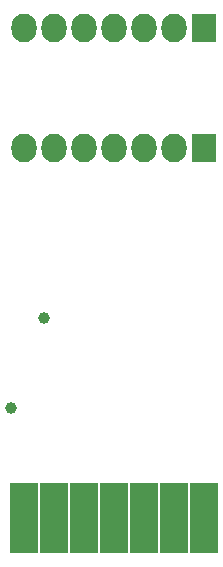
<source format=gbs>
%TF.GenerationSoftware,KiCad,Pcbnew,4.0.2+dfsg1-stable*%
%TF.CreationDate,2019-04-14T21:57:52+02:00*%
%TF.ProjectId,ECI-Breakout,4543492D427265616B6F75742E6B6963,rev?*%
%TF.FileFunction,Soldermask,Bot*%
%FSLAX46Y46*%
G04 Gerber Fmt 4.6, Leading zero omitted, Abs format (unit mm)*
G04 Created by KiCad (PCBNEW 4.0.2+dfsg1-stable) date Sun 14 Apr 2019 21:57:52 CEST*
%MOMM*%
G01*
G04 APERTURE LIST*
%ADD10C,0.100000*%
%ADD11R,2.330400X5.988000*%
%ADD12R,2.127200X2.432000*%
%ADD13O,2.127200X2.432000*%
%ADD14C,1.000000*%
G04 APERTURE END LIST*
D10*
D11*
X139672000Y-115190000D03*
X137132000Y-115190000D03*
X134592000Y-115190000D03*
X132052000Y-115190000D03*
X129512000Y-115190000D03*
X126972000Y-115190000D03*
X124432000Y-115190000D03*
D12*
X139700000Y-73660000D03*
D13*
X137160000Y-73660000D03*
X134620000Y-73660000D03*
X132080000Y-73660000D03*
X129540000Y-73660000D03*
X127000000Y-73660000D03*
X124460000Y-73660000D03*
D12*
X139700000Y-83820000D03*
D13*
X137160000Y-83820000D03*
X134620000Y-83820000D03*
X132080000Y-83820000D03*
X129540000Y-83820000D03*
X127000000Y-83820000D03*
X124460000Y-83820000D03*
D14*
X123363500Y-105899900D03*
X126162300Y-98205300D03*
M02*

</source>
